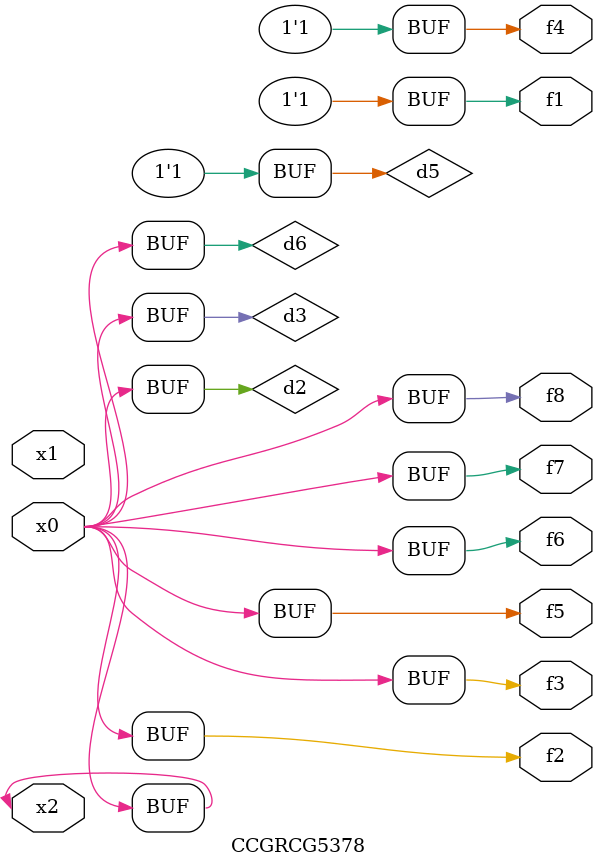
<source format=v>
module CCGRCG5378(
	input x0, x1, x2,
	output f1, f2, f3, f4, f5, f6, f7, f8
);

	wire d1, d2, d3, d4, d5, d6;

	xnor (d1, x2);
	buf (d2, x0, x2);
	and (d3, x0);
	xnor (d4, x1, x2);
	nand (d5, d1, d3);
	buf (d6, d2, d3);
	assign f1 = d5;
	assign f2 = d6;
	assign f3 = d6;
	assign f4 = d5;
	assign f5 = d6;
	assign f6 = d6;
	assign f7 = d6;
	assign f8 = d6;
endmodule

</source>
